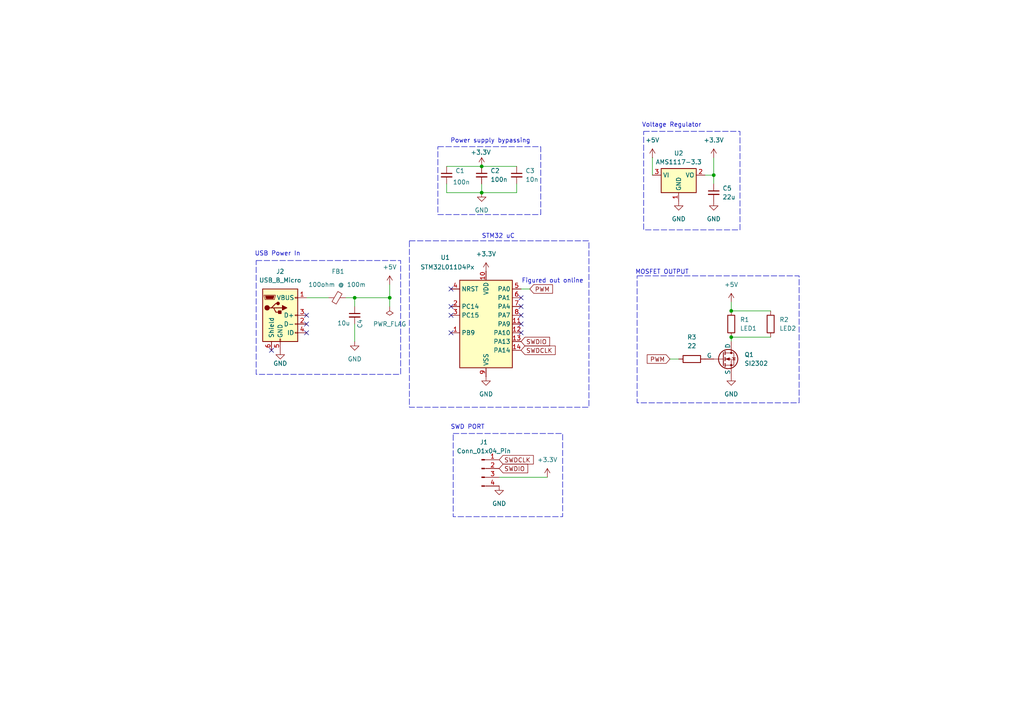
<source format=kicad_sch>
(kicad_sch (version 20231120) (generator "eeschema") (generator_version "8.0")
  (paper "A4")
  (title_block (title "My Project3") (company "A. Prince B") (comment 1 "Com1"))
  (lib_symbols
    (symbol "Connector:Conn_01x04_Pin" (pin_names (offset 1.016) hide)
      (property "Reference" "J" (at 0 5.08 0))
      (property "Value" "Conn_01x04_Pin" (at 0 -7.62 0))
      (symbol "Conn_01x04_Pin_1_1"
        (polyline (pts (xy 1.27 -5.08) (xy 0.8636 -5.08)) (stroke (width 0.1524)))
        (polyline (pts (xy 1.27 -2.54) (xy 0.8636 -2.54)) (stroke (width 0.1524)))
        (polyline (pts (xy 1.27 0) (xy 0.8636 0)) (stroke (width 0.1524)))
        (polyline (pts (xy 1.27 2.54) (xy 0.8636 2.54)) (stroke (width 0.1524)))
        (rectangle (start 0.8636 -4.953) (end 0 -5.207) (stroke (width 0.1524)) (fill (type outline)))
        (rectangle (start 0.8636 -2.413) (end 0 -2.667) (stroke (width 0.1524)) (fill (type outline)))
        (rectangle (start 0.8636 0.127) (end 0 -0.127) (stroke (width 0.1524)) (fill (type outline)))
        (rectangle (start 0.8636 2.667) (end 0 2.413) (stroke (width 0.1524)) (fill (type outline)))
        (pin passive line (at 5.08 2.54 180) (length 3.81) (name "Pin_1") (number "1"))
        (pin passive line (at 5.08 0 180) (length 3.81) (name "Pin_2") (number "2"))
        (pin passive line (at 5.08 -2.54 180) (length 3.81) (name "Pin_3") (number "3"))
        (pin passive line (at 5.08 -5.08 180) (length 3.81) (name "Pin_4") (number "4"))
      )
    )
    (symbol "Connector:USB_B_Micro" (pin_names (offset 1.016))
      (property "Reference" "J" (at -5.08 11.43 0))
      (property "Value" "USB_B_Micro" (at -5.08 8.89 0))
      (symbol "USB_B_Micro_0_1"
        (rectangle (start -5.08 -7.62) (end 5.08 7.62) (stroke (width 0.254)) (fill (type background)))
        (circle (center -3.81 2.159) (radius 0.635) (stroke (width 0.254)) (fill (type outline)))
        (circle (center -0.635 3.429) (radius 0.381) (stroke (width 0.254)) (fill (type outline)))
        (rectangle (start -0.127 -7.62) (end 0.127 -6.858))
        (polyline (pts (xy -1.905 2.159) (xy 0.635 2.159)) (stroke (width 0.254)))
        (polyline (pts (xy -3.175 2.159) (xy -2.54 2.159) (xy -1.27 3.429) (xy -0.635 3.429)) (stroke (width 0.254)))
        (polyline (pts (xy -2.54 2.159) (xy -1.905 2.159) (xy -1.27 0.889) (xy 0 0.889)) (stroke (width 0.254)))
        (polyline (pts (xy 0.635 2.794) (xy 0.635 1.524) (xy 1.905 2.159) (xy 0.635 2.794)) (stroke (width 0.254)) (fill (type outline)))
        (polyline (pts (xy -4.318 5.588) (xy -1.778 5.588) (xy -2.032 4.826) (xy -4.064 4.826) (xy -4.318 5.588)) (fill (type outline)))
        (polyline (pts (xy -4.699 5.842) (xy -4.699 5.588) (xy -4.445 4.826) (xy -4.445 4.572) (xy -1.651 4.572) (xy -1.651 4.826) (xy -1.397 5.588) (xy -1.397 5.842) (xy -4.699 5.842)))
        (rectangle (start 0.254 1.27) (end -0.508 0.508) (stroke (width 0.254)) (fill (type outline)))
        (rectangle (start 5.08 -5.207) (end 4.318 -4.953))
        (rectangle (start 5.08 -2.667) (end 4.318 -2.413))
        (rectangle (start 5.08 -0.127) (end 4.318 0.127))
        (rectangle (start 5.08 4.953) (end 4.318 5.207))
      )
      (symbol "USB_B_Micro_1_1"
        (pin power_out line (at 7.62 5.08 180) (length 2.54) (name "VBUS") (number "1"))
        (pin bidirectional line (at 7.62 -2.54 180) (length 2.54) (name "D-") (number "2"))
        (pin bidirectional line (at 7.62 0 180) (length 2.54) (name "D+") (number "3"))
        (pin passive line (at 7.62 -5.08 180) (length 2.54) (name "ID") (number "4"))
        (pin power_out line (at 0 -10.16 90) (length 2.54) (name "GND") (number "5"))
        (pin passive line (at -2.54 -10.16 90) (length 2.54) (name "Shield") (number "6"))
      )
    )
    (symbol "Device:C_Small" (pin_numbers hide) (pin_names (offset 0.254) hide)
      (property "Reference" "C" (at 0.254 1.778 0))
      (property "Value" "C_Small" (at 0.254 -2.032 0))
      (symbol "C_Small_0_1"
        (polyline (pts (xy -1.524 -0.508) (xy 1.524 -0.508)) (stroke (width 0.3302)))
        (polyline (pts (xy -1.524 0.508) (xy 1.524 0.508)) (stroke (width 0.3048)))
      )
      (symbol "C_Small_1_1"
        (pin passive line (at 0 2.54 270) (length 2.032) (name "~") (number "1"))
        (pin passive line (at 0 -2.54 90) (length 2.032) (name "~") (number "2"))
      )
    )
    (symbol "Device:FerriteBead_Small" (pin_numbers hide) (pin_names (offset 0))
      (property "Reference" "FB" (at 1.905 1.27 0))
      (property "Value" "FerriteBead_Small" (at 1.905 -1.27 0))
      (symbol "FerriteBead_Small_0_1"
        (polyline (pts (xy 0 -1.27) (xy 0 -0.7874)))
        (polyline (pts (xy 0 0.889) (xy 0 1.2954)))
        (polyline (pts (xy -1.8288 0.2794) (xy -1.1176 1.4986) (xy 1.8288 -0.2032) (xy 1.1176 -1.4224) (xy -1.8288 0.2794)))
      )
      (symbol "FerriteBead_Small_1_1"
        (pin passive line (at 0 2.54 270) (length 1.27) (name "~") (number "1"))
        (pin passive line (at 0 -2.54 90) (length 1.27) (name "~") (number "2"))
      )
    )
    (symbol "Device:R" (pin_numbers hide) (pin_names (offset 0))
      (property "Reference" "R" (at 2.032 0 90))
      (property "Value" "R" (at 0 0 90))
      (symbol "R_0_1"
        (rectangle (start -1.016 -2.54) (end 1.016 2.54) (stroke (width 0.254)))
      )
      (symbol "R_1_1"
        (pin passive line (at 0 3.81 270) (length 1.27) (name "~") (number "1"))
        (pin passive line (at 0 -3.81 90) (length 1.27) (name "~") (number "2"))
      )
    )
    (symbol "MCU_ST_STM32L0:STM32L011D4Px"
      (property "Reference" "U" (at -7.62 13.97 0))
      (property "Value" "STM32L011D4Px" (at 2.54 13.97 0))
      (symbol "STM32L011D4Px_0_1"
        (rectangle (start -7.62 -12.7) (end 7.62 12.7) (stroke (width 0.254)) (fill (type background)))
      )
      (symbol "STM32L011D4Px_1_1"
        (pin bidirectional line (at -10.16 -2.54 0) (length 2.54) (name "PB9") (number "1"))
        (pin power_in line (at 0 15.24 270) (length 2.54) (name "VDD") (number "10"))
        (pin bidirectional line (at 10.16 0 180) (length 2.54) (name "PA9") (number "11"))
        (pin bidirectional line (at 10.16 -2.54 180) (length 2.54) (name "PA10") (number "12"))
        (pin bidirectional line (at 10.16 -5.08 180) (length 2.54) (name "PA13") (number "13"))
        (pin bidirectional line (at 10.16 -7.62 180) (length 2.54) (name "PA14") (number "14"))
        (pin bidirectional line (at -10.16 5.08 0) (length 2.54) (name "PC14") (number "2"))
        (pin bidirectional line (at -10.16 2.54 0) (length 2.54) (name "PC15") (number "3"))
        (pin input line (at -10.16 10.16 0) (length 2.54) (name "NRST") (number "4"))
        (pin bidirectional line (at 10.16 10.16 180) (length 2.54) (name "PA0") (number "5"))
        (pin bidirectional line (at 10.16 7.62 180) (length 2.54) (name "PA1") (number "6"))
        (pin bidirectional line (at 10.16 5.08 180) (length 2.54) (name "PA4") (number "7"))
        (pin bidirectional line (at 10.16 2.54 180) (length 2.54) (name "PA7") (number "8"))
        (pin power_in line (at 0 -15.24 90) (length 2.54) (name "VSS") (number "9"))
      )
    )
    (symbol "Regulator_Linear:AMS1117-3.3"
      (property "Reference" "U" (at -3.81 3.175 0))
      (property "Value" "AMS1117-3.3" (at 0 3.175 0))
      (symbol "AMS1117-3.3_0_1"
        (rectangle (start -5.08 -5.08) (end 5.08 1.905) (stroke (width 0.254)) (fill (type background)))
      )
      (symbol "AMS1117-3.3_1_1"
        (pin power_in line (at 0 -7.62 90) (length 2.54) (name "GND") (number "1"))
        (pin power_out line (at 7.62 0 180) (length 2.54) (name "VO") (number "2"))
        (pin power_in line (at -7.62 0 0) (length 2.54) (name "VI") (number "3"))
      )
    )
    (symbol "Simulation_SPICE:NMOS" (pin_numbers hide) (pin_names (offset 0))
      (property "Reference" "Q" (at 5.08 1.27 0))
      (property "Value" "NMOS" (at 5.08 -1.27 0))
      (symbol "NMOS_0_1"
        (polyline (pts (xy 0.254 0) (xy -2.54 0)))
        (polyline (pts (xy 0.254 1.905) (xy 0.254 -1.905)) (stroke (width 0.254)))
        (polyline (pts (xy 0.762 -1.27) (xy 0.762 -2.286)) (stroke (width 0.254)))
        (polyline (pts (xy 0.762 0.508) (xy 0.762 -0.508)) (stroke (width 0.254)))
        (polyline (pts (xy 0.762 2.286) (xy 0.762 1.27)) (stroke (width 0.254)))
        (polyline (pts (xy 2.54 2.54) (xy 2.54 1.778)))
        (polyline (pts (xy 2.54 -2.54) (xy 2.54 0) (xy 0.762 0)))
        (polyline (pts (xy 0.762 -1.778) (xy 3.302 -1.778) (xy 3.302 1.778) (xy 0.762 1.778)))
        (polyline (pts (xy 1.016 0) (xy 2.032 0.381) (xy 2.032 -0.381) (xy 1.016 0)) (fill (type outline)))
        (polyline (pts (xy 2.794 0.508) (xy 2.921 0.381) (xy 3.683 0.381) (xy 3.81 0.254)))
        (polyline (pts (xy 3.302 0.381) (xy 2.921 -0.254) (xy 3.683 -0.254) (xy 3.302 0.381)))
        (circle (center 1.651 0) (radius 2.794) (stroke (width 0.254)))
        (circle (center 2.54 -1.778) (radius 0.254) (fill (type outline)))
        (circle (center 2.54 1.778) (radius 0.254) (fill (type outline)))
      )
      (symbol "NMOS_1_1"
        (pin passive line (at 2.54 5.08 270) (length 2.54) (name "D") (number "1"))
        (pin input line (at -5.08 0 0) (length 2.54) (name "G") (number "2"))
        (pin passive line (at 2.54 -5.08 90) (length 2.54) (name "S") (number "3"))
      )
    )
    (symbol "power:+3.3V" (power) (pin_numbers hide) (pin_names (offset 0) hide)
      (property "Value" "+3.3V" (at 0 3.556 0))
      (symbol "+3.3V_0_1"
        (polyline (pts (xy -0.762 1.27) (xy 0 2.54)))
        (polyline (pts (xy 0 0) (xy 0 2.54)))
        (polyline (pts (xy 0 2.54) (xy 0.762 1.27)))
      )
      (symbol "+3.3V_1_1"
        (pin power_in line (at 0 0 90) (length 0) (name "~") (number "1"))
      )
    )
    (symbol "power:+5V" (power) (pin_numbers hide) (pin_names (offset 0) hide)
      (property "Value" "+5V" (at 0 3.556 0))
      (symbol "+5V_0_1"
        (polyline (pts (xy -0.762 1.27) (xy 0 2.54)))
        (polyline (pts (xy 0 0) (xy 0 2.54)))
        (polyline (pts (xy 0 2.54) (xy 0.762 1.27)))
      )
      (symbol "+5V_1_1"
        (pin power_in line (at 0 0 90) (length 0) (name "~") (number "1"))
      )
    )
    (symbol "power:GND" (power) (pin_numbers hide) (pin_names (offset 0) hide)
      (property "Value" "GND" (at 0 -3.81 0))
      (symbol "GND_0_1"
        (polyline (pts (xy 0 0) (xy 0 -1.27) (xy 1.27 -1.27) (xy 0 -2.54) (xy -1.27 -1.27) (xy 0 -1.27)))
      )
      (symbol "GND_1_1"
        (pin power_in line (at 0 0 270) (length 0) (name "~") (number "1"))
      )
    )
    (symbol "power:PWR_FLAG" (power) (pin_numbers hide) (pin_names (offset 0) hide)
      (property "Value" "PWR_FLAG" (at 0 3.81 0))
      (symbol "PWR_FLAG_0_0"
        (pin power_out line (at 0 0 90) (length 0) (name "~") (number "1"))
      )
      (symbol "PWR_FLAG_0_1"
        (polyline (pts (xy 0 0) (xy 0 1.27) (xy -1.016 1.905) (xy 0 2.54) (xy 1.016 1.905) (xy 0 1.27)))
      )
    )
  )
  (junction (at 102.87 86.36))
  (junction (at 113.03 86.36))
  (junction (at 212.09 97.79))
  (junction (at 139.7 48.26))
  (junction (at 207.01 50.8))
  (junction (at 212.09 90.17))
  (junction (at 139.7 55.88))
  (no_connect (at 151.13 96.52))
  (no_connect (at 151.13 86.36))
  (no_connect (at 88.9 91.44))
  (no_connect (at 130.81 91.44))
  (no_connect (at 151.13 93.98))
  (no_connect (at 151.13 91.44))
  (no_connect (at 130.81 83.82))
  (no_connect (at 88.9 96.52))
  (no_connect (at 130.81 88.9))
  (no_connect (at 151.13 88.9))
  (no_connect (at 88.9 93.98))
  (no_connect (at 130.81 96.52))
  (no_connect (at 78.74 101.6))
  (wire (pts (xy 100.33 86.36) (xy 102.87 86.36)))
  (wire (pts (xy 153.67 83.82) (xy 151.13 83.82)))
  (wire (pts (xy 207.01 53.34) (xy 207.01 50.8)))
  (wire (pts (xy 212.09 90.17) (xy 223.52 90.17)))
  (wire (pts (xy 102.87 93.98) (xy 102.87 99.06)))
  (wire (pts (xy 88.9 86.36) (xy 95.25 86.36)))
  (wire (pts (xy 212.09 97.79) (xy 223.52 97.79)))
  (wire (pts (xy 212.09 97.79) (xy 212.09 99.06)))
  (wire (pts (xy 113.03 86.36) (xy 113.03 82.55)))
  (wire (pts (xy 207.01 50.8) (xy 204.47 50.8)))
  (wire (pts (xy 189.23 45.72) (xy 189.23 50.8)))
  (wire (pts (xy 149.86 53.34) (xy 149.86 55.88)))
  (wire (pts (xy 129.54 55.88) (xy 139.7 55.88)))
  (wire (pts (xy 102.87 86.36) (xy 113.03 86.36)))
  (wire (pts (xy 149.86 55.88) (xy 139.7 55.88)))
  (wire (pts (xy 207.01 45.72) (xy 207.01 50.8)))
  (wire (pts (xy 129.54 48.26) (xy 139.7 48.26)))
  (wire (pts (xy 129.54 53.34) (xy 129.54 55.88)))
  (wire (pts (xy 113.03 88.9) (xy 113.03 86.36)))
  (wire (pts (xy 212.09 87.63) (xy 212.09 90.17)))
  (wire (pts (xy 139.7 48.26) (xy 149.86 48.26)))
  (wire (pts (xy 158.75 138.43) (xy 144.78 138.43)))
  (wire (pts (xy 194.31 104.14) (xy 196.85 104.14)))
  (wire (pts (xy 139.7 53.34) (xy 139.7 55.88)))
  (wire (pts (xy 102.87 86.36) (xy 102.87 88.9)))
  (rectangle (start 74.295 75.565) (end 116.205 108.585) (stroke (width 0) (type dash)))
  (rectangle (start 131.445 125.73) (end 163.195 149.86) (stroke (width 0) (type dash)))
  (rectangle (start 127 42.545) (end 156.845 62.23) (stroke (width 0) (type dash)))
  (rectangle (start 186.69 38.1) (end 214.63 66.675) (stroke (width 0) (type dash)))
  (rectangle (start 118.745 69.85) (end 170.815 118.11) (stroke (width 0) (type dash)))
  (rectangle (start 184.785 80.01) (end 231.775 116.84) (stroke (width 0) (type dash)))
  (text "USB Power In\n" (at 80.518 73.66 0) (effects (font (size 1.27 1.27))))
  (text "STM32 uC" (at 144.526 68.58 0) (effects (font (size 1.27 1.27))))
  (text "Figured out online" (at 160.274 81.534 0) (effects (font (size 1.27 1.27))))
  (text "Voltage Regulator" (at 194.818 36.322 0) (effects (font (size 1.27 1.27))))
  (text "SWD PORT\n" (at 135.636 123.952 0) (effects (font (size 1.27 1.27))))
  (text "Power supply bypassing" (at 142.24 40.894 0) (effects (font (size 1.27 1.27))))
  (text "MOSFET OUTPUT" (at 192.024 78.994 0) (effects (font (size 1.27 1.27))))
  (global_label "SWDIO" (shape input) (at 151.13 99.06 0) (property "Intersheetrefs" "${INTERSHEET_REFS}" (effects (hide yes))))
  (global_label "PWM" (shape input) (at 194.31 104.14 180) (property "Intersheetrefs" "${INTERSHEET_REFS}" (effects (hide yes))))
  (global_label "SWDIO" (shape input) (at 144.78 135.89 0) (property "Intersheetrefs" "${INTERSHEET_REFS}" (effects (hide yes))))
  (global_label "PWM" (shape input) (at 153.67 83.82 0) (property "Intersheetrefs" "${INTERSHEET_REFS}" (effects (hide yes))))
  (global_label "SWDCLK" (shape input) (at 144.78 133.35 0) (property "Intersheetrefs" "${INTERSHEET_REFS}" (effects (hide yes))))
  (global_label "SWDCLK" (shape input) (at 151.13 101.6 0) (property "Intersheetrefs" "${INTERSHEET_REFS}" (effects (hide yes))))
  (symbol (lib_id "power:+3.3V") (at 140.97 78.74 0) (unit 1)
    (property "Reference" "#PWR01" (effects (hide yes)))
    (property "Value" "+3.3V" (at 140.97 73.66 0))
    (property "Description" "Power symbol creates a global label with name \"+3.3V\"" (effects (hide yes)))
  )
  (symbol (lib_id "Device:C_Small") (at 207.01 55.88 0) (unit 1)
    (property "Reference" "C5" (at 209.55 54.6162 0) (effects (justify left)))
    (property "Value" "22u" (at 209.55 57.1562 0) (effects (justify left)))
    (property "Footprint" "Capacitor_SMD:C_0603_1608Metric" (effects (hide yes)))
    (property "Description" "Unpolarized capacitor, small symbol" (effects (hide yes)))
  )
  (symbol (lib_id "Device:R") (at 200.66 104.14 90) (unit 1)
    (property "Reference" "R3" (at 200.66 97.79 90))
    (property "Value" "22" (at 200.66 100.33 90))
    (property "Footprint" "Resistor_SMD:R_1206_3216Metric" (effects (hide yes)))
    (property "Description" "Resistor" (effects (hide yes)))
  )
  (symbol (lib_id "Regulator_Linear:AMS1117-3.3") (at 196.85 50.8 0) (unit 1)
    (property "Reference" "U2" (at 196.85 44.45 0))
    (property "Value" "AMS1117-3.3" (at 196.85 46.99 0))
    (property "Footprint" "Package_TO_SOT_SMD:SOT-223-3_TabPin2" (effects (hide yes)))
    (property "Datasheet" "http://www.advanced-monolithic.com/pdf/ds1117.pdf" (effects (hide yes)))
    (property "Description" "1A Low Dropout regulator, positive, 3.3V fixed output, SOT-223" (effects (hide yes)))
  )
  (symbol (lib_id "MCU_ST_STM32L0:STM32L011D4Px") (at 140.97 93.98 0) (unit 1)
    (property "Reference" "U1" (at 127.762 74.676 0) (effects (justify left)))
    (property "Value" "STM32L011D4Px" (at 121.92 77.47 0) (effects (justify left)))
    (property "Footprint" "Package_SO:TSSOP-14_4.4x5mm_P0.65mm" (effects (hide yes)))
    (property "Datasheet" "https://www.st.com/resource/en/datasheet/stm32l011d4.pdf" (effects (hide yes)))
    (property "Description" "STMicroelectronics Arm Cortex-M0+ MCU, 16KB flash, 2KB RAM, 32 MHz, 1.65-3.6V, 11 GPIO, TSSOP14" (effects (hide yes)))
  )
  (symbol (lib_id "Device:C_Small") (at 149.86 50.8 0) (unit 1)
    (property "Reference" "C3" (at 152.4 49.5362 0) (effects (justify left)))
    (property "Value" "10n" (at 152.4 52.0762 0) (effects (justify left)))
    (property "Footprint" "Capacitor_SMD:C_0402_1005Metric" (effects (hide yes)))
    (property "Description" "Unpolarized capacitor, small symbol" (effects (hide yes)))
  )
  (symbol (lib_id "power:+3.3V") (at 139.7 48.26 0) (unit 1)
    (property "Reference" "#PWR03" (effects (hide yes)))
    (property "Value" "+3.3V" (at 139.446 44.196 0))
    (property "Description" "Power symbol creates a global label with name \"+3.3V\"" (effects (hide yes)))
  )
  (symbol (lib_id "Device:C_Small") (at 139.7 50.8 0) (unit 1)
    (property "Reference" "C2" (at 142.24 49.5362 0) (effects (justify left)))
    (property "Value" "100n" (at 142.24 52.0762 0) (effects (justify left)))
    (property "Footprint" "Capacitor_SMD:C_0402_1005Metric" (effects (hide yes)))
    (property "Description" "Unpolarized capacitor, small symbol" (effects (hide yes)))
  )
  (symbol (lib_id "Device:C_Small") (at 129.54 50.8 0) (unit 1)
    (property "Reference" "C1" (at 132.08 49.5362 0) (effects (justify left)))
    (property "Value" "100n" (at 131.318 52.832 0) (effects (justify left)))
    (property "Footprint" "Capacitor_SMD:C_0402_1005Metric" (effects (hide yes)))
    (property "Description" "Unpolarized capacitor, small symbol" (effects (hide yes)))
  )
  (symbol (lib_id "power:+5V") (at 212.09 87.63 0) (unit 1)
    (property "Reference" "#PWR014" (effects (hide yes)))
    (property "Value" "+5V" (at 212.09 82.55 0))
    (property "Description" "Power symbol creates a global label with name \"+5V\"" (effects (hide yes)))
  )
  (symbol (lib_id "power:GND") (at 140.97 109.22 0) (unit 1)
    (property "Reference" "#PWR02" (effects (hide yes)))
    (property "Value" "GND" (at 140.97 114.3 0))
    (property "Description" "Power symbol creates a global label with name \"GND\" , ground" (effects (hide yes)))
  )
  (symbol (lib_id "Device:R") (at 212.09 93.98 0) (unit 1)
    (property "Reference" "R1" (at 214.63 92.7099 0) (effects (justify left)))
    (property "Value" "LED1" (at 214.63 95.2499 0) (effects (justify left)))
    (property "Footprint" "Resistor_SMD:R_0805_2012Metric" (effects (hide yes)))
    (property "Description" "Resistor" (effects (hide yes)))
  )
  (symbol (lib_id "power:GND") (at 139.7 55.88 0) (unit 1)
    (property "Reference" "#PWR04" (effects (hide yes)))
    (property "Value" "GND" (at 139.7 60.96 0))
    (property "Description" "Power symbol creates a global label with name \"GND\" , ground" (effects (hide yes)))
  )
  (symbol (lib_id "Device:C_Small") (at 102.87 91.44 0) (unit 1)
    (property "Reference" "C4" (at 104.394 95.25 90) (effects (justify left)))
    (property "Value" "10u" (at 97.79 93.726 0) (effects (justify left)))
    (property "Footprint" "Capacitor_SMD:C_0603_1608Metric" (effects (hide yes)))
    (property "Description" "Unpolarized capacitor, small symbol" (effects (hide yes)))
  )
  (symbol (lib_id "Simulation_SPICE:NMOS") (at 209.55 104.14 0) (unit 1)
    (property "Reference" "Q1" (at 215.9 102.8699 0) (effects (justify left)))
    (property "Value" "SI2302" (at 215.9 105.4099 0) (effects (justify left)))
    (property "Footprint" "Package_TO_SOT_SMD:SOT-23" (effects (hide yes)))
    (property "Datasheet" "https://ngspice.sourceforge.io/docs/ngspice-html-manual/manual.xhtml#cha_MOSFETs" (effects (hide yes)))
    (property "Description" "N-MOSFET transistor, drain/source/gate" (effects (hide yes)))
    (property "Sim.Device" "NMOS" (effects (hide yes)))
    (property "Sim.Type" "VDMOS" (effects (hide yes)))
    (property "Sim.Pins" "1=D 2=G 3=S" (effects (hide yes)))
  )
  (symbol (lib_id "power:+3.3V") (at 207.01 45.72 0) (unit 1)
    (property "Reference" "#PWR013" (effects (hide yes)))
    (property "Value" "+3.3V" (at 207.01 40.64 0))
    (property "Description" "Power symbol creates a global label with name \"+3.3V\"" (effects (hide yes)))
  )
  (symbol (lib_id "power:GND") (at 144.78 140.97 0) (unit 1)
    (property "Reference" "#PWR06" (effects (hide yes)))
    (property "Value" "GND" (at 144.78 146.05 0))
    (property "Description" "Power symbol creates a global label with name \"GND\" , ground" (effects (hide yes)))
  )
  (symbol (lib_id "power:+3.3V") (at 158.75 138.43 0) (unit 1)
    (property "Reference" "#PWR05" (effects (hide yes)))
    (property "Value" "+3.3V" (at 158.75 133.35 0))
    (property "Description" "Power symbol creates a global label with name \"+3.3V\"" (effects (hide yes)))
  )
  (symbol (lib_id "power:+5V") (at 113.03 82.55 0) (unit 1)
    (property "Reference" "#PWR08" (effects (hide yes)))
    (property "Value" "+5V" (at 113.03 77.47 0))
    (property "Description" "Power symbol creates a global label with name \"+5V\"" (effects (hide yes)))
  )
  (symbol (lib_id "power:GND") (at 212.09 109.22 0) (unit 1)
    (property "Reference" "#PWR015" (effects (hide yes)))
    (property "Value" "GND" (at 212.09 114.3 0))
    (property "Description" "Power symbol creates a global label with name \"GND\" , ground" (effects (hide yes)))
  )
  (symbol (lib_id "power:GND") (at 102.87 99.06 0) (unit 1)
    (property "Reference" "#PWR09" (effects (hide yes)))
    (property "Value" "GND" (at 102.87 104.14 0))
    (property "Description" "Power symbol creates a global label with name \"GND\" , ground" (effects (hide yes)))
  )
  (symbol (lib_id "power:GND") (at 207.01 58.42 0) (unit 1)
    (property "Reference" "#PWR010" (effects (hide yes)))
    (property "Value" "GND" (at 207.01 63.5 0))
    (property "Description" "Power symbol creates a global label with name \"GND\" , ground" (effects (hide yes)))
  )
  (symbol (lib_id "power:+5V") (at 189.23 45.72 0) (unit 1)
    (property "Reference" "#PWR012" (effects (hide yes)))
    (property "Value" "+5V" (at 189.23 40.64 0))
    (property "Description" "Power symbol creates a global label with name \"+5V\"" (effects (hide yes)))
  )
  (symbol (lib_id "power:GND") (at 81.28 101.6 0) (unit 1)
    (property "Reference" "#PWR07" (effects (hide yes)))
    (property "Value" "GND" (at 81.28 105.41 0))
    (property "Description" "Power symbol creates a global label with name \"GND\" , ground" (effects (hide yes)))
  )
  (symbol (lib_id "Device:R") (at 223.52 93.98 0) (unit 1)
    (property "Reference" "R2" (at 226.06 92.7099 0) (effects (justify left)))
    (property "Value" "LED2" (at 226.06 95.2499 0) (effects (justify left)))
    (property "Footprint" "Resistor_SMD:R_0805_2012Metric" (effects (hide yes)))
    (property "Description" "Resistor" (effects (hide yes)))
  )
  (symbol (lib_id "Device:FerriteBead_Small") (at 97.79 86.36 90) (unit 1)
    (property "Reference" "FB1" (at 98.044 78.74 90))
    (property "Value" "100ohm @ 100m" (at 97.7519 82.55 90))
    (property "Footprint" "Inductor_SMD:L_0805_2012Metric" (effects (hide yes)))
    (property "Description" "Ferrite bead, small symbol" (effects (hide yes)))
  )
  (symbol (lib_id "power:PWR_FLAG") (at 113.03 88.9 180) (unit 1)
    (property "Reference" "#FLG01" (effects (hide yes)))
    (property "Value" "PWR_FLAG" (at 113.03 93.98 0))
    (property "Description" "Special symbol for telling ERC where power comes from" (effects (hide yes)))
  )
  (symbol (lib_id "Connector:USB_B_Micro") (at 81.28 91.44 0) (unit 1)
    (property "Reference" "J2" (at 81.28 78.74 0))
    (property "Value" "USB_B_Micro" (at 81.28 81.28 0))
    (property "Footprint" "Connector_USB:USB_Micro-B_Molex_47346-0001" (effects (hide yes)))
    (property "Description" "USB Micro Type B connector" (effects (hide yes)))
  )
  (symbol (lib_id "Connector:Conn_01x04_Pin") (at 139.7 135.89 0) (unit 1)
    (property "Reference" "J1" (at 140.335 128.27 0))
    (property "Value" "Conn_01x04_Pin" (at 140.335 130.81 0))
    (property "Footprint" "Connector_PinHeader_1.27mm:PinHeader_1x04_P1.27mm_Vertical" (effects (hide yes)))
    (property "Description" "Generic connector, single row, 01x04, script generated" (effects (hide yes)))
  )
  (symbol (lib_id "power:GND") (at 196.85 58.42 0) (unit 1)
    (property "Reference" "#PWR011" (effects (hide yes)))
    (property "Value" "GND" (at 196.85 63.5 0))
    (property "Description" "Power symbol creates a global label with name \"GND\" , ground" (effects (hide yes)))
  )
)
</source>
